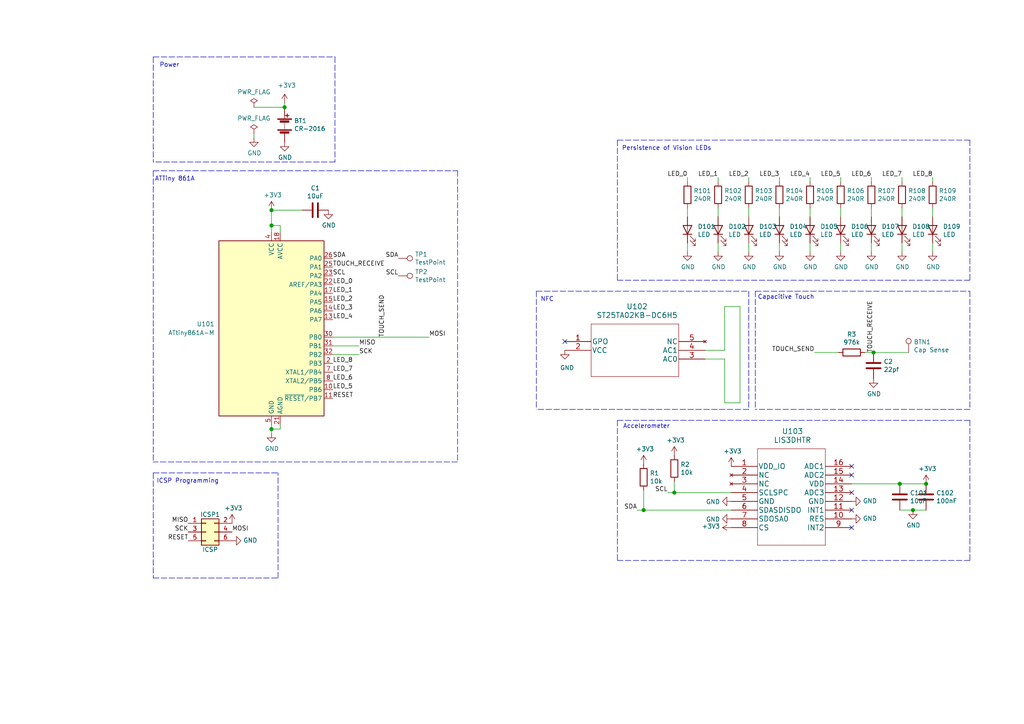
<source format=kicad_sch>
(kicad_sch (version 20210126) (generator eeschema)
  (paper "A4")
  (lib_symbols
    (symbol "Connector_Generic:Conn_02x03_Odd_Even" (pin_names (offset 1.016) hide)
      (property "Reference" "J" (at 1.27 5.08 0))
      (property "Value" "Conn_02x03_Odd_Even" (at 1.27 -5.08 0))
      (symbol "Conn_02x03_Odd_Even_1_1"
        (rectangle (start -1.27 -2.413) (end 0 -2.667) (stroke (width 0.1524)))
        (rectangle (start -1.27 2.667) (end 0 2.413) (stroke (width 0.1524)))
        (rectangle (start -1.27 3.81) (end 3.81 -3.81) (stroke (width 0.254)) (fill (type background)))
        (rectangle (start -1.27 0.127) (end 0 -0.127) (stroke (width 0.1524)))
        (rectangle (start 3.81 -2.413) (end 2.54 -2.667) (stroke (width 0.1524)))
        (rectangle (start 3.81 2.667) (end 2.54 2.413) (stroke (width 0.1524)))
        (rectangle (start 3.81 0.127) (end 2.54 -0.127) (stroke (width 0.1524)))
        (pin passive line (at -5.08 2.54 0) (length 3.81) (name "Pin_1") (number "1"))
        (pin passive line (at 7.62 2.54 180) (length 3.81) (name "Pin_2") (number "2"))
        (pin passive line (at -5.08 0 0) (length 3.81) (name "Pin_3") (number "3"))
        (pin passive line (at 7.62 0 180) (length 3.81) (name "Pin_4") (number "4"))
        (pin passive line (at -5.08 -2.54 0) (length 3.81) (name "Pin_5") (number "5"))
        (pin passive line (at 7.62 -2.54 180) (length 3.81) (name "Pin_6") (number "6"))
      )
    )
    (symbol "Custom:LIS3DHTR" (pin_names (offset 0.254))
      (property "Reference" "U" (at 0 18.415 0))
      (property "Value" "LIS3DHTR" (at 0 15.875 0))
      (symbol "LIS3DHTR_1_0"
        (polyline (pts (xy -10.16 -13.97) (xy 9.525 -13.97)) (stroke (width 0.127)))
        (polyline (pts (xy -10.16 13.97) (xy -10.16 -13.97)) (stroke (width 0.127)))
        (polyline (pts (xy 9.525 -13.97) (xy 9.525 13.97)) (stroke (width 0.127)))
        (polyline (pts (xy 9.525 13.97) (xy -10.16 13.97)) (stroke (width 0.127)))
        (pin power_in line (at -17.78 8.89 0) (length 7.62) (name "VDD_IO") (number "1"))
        (pin input line (at 17.145 -6.35 180) (length 7.62) (name "RES") (number "10"))
        (pin output line (at 17.145 -3.81 180) (length 7.62) (name "INT1") (number "11"))
        (pin power_in line (at 17.145 -1.27 180) (length 7.62) (name "GND") (number "12"))
        (pin input line (at 17.145 1.27 180) (length 7.62) (name "ADC3") (number "13"))
        (pin power_in line (at 17.145 3.81 180) (length 7.62) (name "VDD") (number "14"))
        (pin input line (at 17.145 6.35 180) (length 7.62) (name "ADC2") (number "15"))
        (pin input line (at 17.145 8.89 180) (length 7.62) (name "ADC1") (number "16"))
        (pin no_connect line (at -17.78 6.35 0) (length 7.62) (name "NC") (number "2"))
        (pin no_connect line (at -17.78 3.81 0) (length 7.62) (name "NC") (number "3"))
        (pin input line (at -17.78 1.27 0) (length 7.62) (name "SCLSPC") (number "4"))
        (pin power_in line (at -17.78 -1.27 0) (length 7.62) (name "GND") (number "5"))
        (pin bidirectional line (at -17.78 -3.81 0) (length 7.62) (name "SDASDISDO") (number "6"))
        (pin input line (at -17.78 -6.35 0) (length 7.62) (name "SDOSA0") (number "7"))
        (pin input line (at -17.78 -8.89 0) (length 7.62) (name "CS") (number "8"))
        (pin output line (at 17.145 -8.89 180) (length 7.62) (name "INT2") (number "9"))
      )
    )
    (symbol "Custom:ST25TA02KB-DC6H5" (pin_names (offset 0.254))
      (property "Reference" "U" (at 20.32 10.16 0))
      (property "Value" "ST25TA02KB-DC6H5" (at 20.32 7.62 0))
      (symbol "ST25TA02KB-DC6H5_1_1"
        (polyline (pts (xy 7.62 5.08) (xy 7.62 -10.16)) (stroke (width 0.127)))
        (polyline (pts (xy 7.62 -10.16) (xy 33.02 -10.16)) (stroke (width 0.127)))
        (polyline (pts (xy 33.02 -10.16) (xy 33.02 5.08)) (stroke (width 0.127)))
        (polyline (pts (xy 33.02 5.08) (xy 7.62 5.08)) (stroke (width 0.127)))
        (pin output line (at 0 0 0) (length 7.62) (name "GPO") (number "1"))
        (pin power_in line (at 0 -2.54 0) (length 7.62) (name "VCC") (number "2"))
        (pin bidirectional line (at 40.64 -5.08 180) (length 7.62) (name "AC0") (number "3"))
        (pin bidirectional line (at 40.64 -2.54 180) (length 7.62) (name "AC1") (number "4"))
        (pin no_connect line (at 40.64 0 180) (length 7.62) (name "NC") (number "5"))
      )
    )
    (symbol "Custom:Test_Point" (pin_numbers hide) (pin_names (offset 0.762) hide)
      (property "Reference" "TP" (at 0 6.858 0))
      (property "Value" "Test_Point" (at 0 5.08 0))
      (symbol "Test_Point_0_1"
        (circle (center 0 3.302) (radius 0.762))
      )
      (symbol "Test_Point_1_1"
        (pin passive line (at 0 0 90) (length 2.54) (name "1") (number "1"))
      )
    )
    (symbol "Device:Battery" (pin_numbers hide) (pin_names (offset 0) hide)
      (property "Reference" "BT" (at 2.54 2.54 0))
      (property "Value" "Battery" (at 2.54 0 0))
      (symbol "Battery_0_1"
        (rectangle (start -2.032 -1.397) (end 2.032 -1.651) (fill (type outline)))
        (rectangle (start -2.032 1.778) (end 2.032 1.524) (fill (type outline)))
        (rectangle (start -1.3208 -1.9812) (end 1.27 -2.4892) (fill (type outline)))
        (rectangle (start -1.3208 1.1938) (end 1.27 0.6858) (fill (type outline)))
        (polyline (pts (xy 0 -1.524) (xy 0 -1.27)))
        (polyline (pts (xy 0 -1.016) (xy 0 -0.762)))
        (polyline (pts (xy 0 -0.508) (xy 0 -0.254)))
        (polyline (pts (xy 0 0) (xy 0 0.254)))
        (polyline (pts (xy 0 0.508) (xy 0 0.762)))
        (polyline (pts (xy 0 1.778) (xy 0 2.54)))
        (polyline (pts (xy 0.254 2.667) (xy 1.27 2.667)) (stroke (width 0.254)))
        (polyline (pts (xy 0.762 3.175) (xy 0.762 2.159)) (stroke (width 0.254)))
      )
      (symbol "Battery_1_1"
        (pin passive line (at 0 5.08 270) (length 2.54) (name "+") (number "1"))
        (pin passive line (at 0 -5.08 90) (length 2.54) (name "-") (number "2"))
      )
    )
    (symbol "Device:C" (pin_numbers hide) (pin_names (offset 0.254))
      (property "Reference" "C" (at 0.635 2.54 0))
      (property "Value" "C" (at 0.635 -2.54 0))
      (symbol "C_0_1"
        (polyline (pts (xy -2.032 -0.762) (xy 2.032 -0.762)) (stroke (width 0.508)))
        (polyline (pts (xy -2.032 0.762) (xy 2.032 0.762)) (stroke (width 0.508)))
      )
      (symbol "C_1_1"
        (pin passive line (at 0 3.81 270) (length 2.794) (name "~") (number "1"))
        (pin passive line (at 0 -3.81 90) (length 2.794) (name "~") (number "2"))
      )
    )
    (symbol "Device:LED" (pin_numbers hide) (pin_names (offset 1.016) hide)
      (property "Reference" "D" (at 0 2.54 0))
      (property "Value" "LED" (at 0 -2.54 0))
      (symbol "LED_0_1"
        (polyline (pts (xy -1.27 -1.27) (xy -1.27 1.27)) (stroke (width 0.254)))
        (polyline (pts (xy -1.27 0) (xy 1.27 0)))
        (polyline (pts (xy 1.27 -1.27) (xy 1.27 1.27) (xy -1.27 0) (xy 1.27 -1.27)) (stroke (width 0.254)))
        (polyline (pts (xy -3.048 -0.762) (xy -4.572 -2.286) (xy -3.81 -2.286) (xy -4.572 -2.286) (xy -4.572 -1.524)))
        (polyline (pts (xy -1.778 -0.762) (xy -3.302 -2.286) (xy -2.54 -2.286) (xy -3.302 -2.286) (xy -3.302 -1.524)))
      )
      (symbol "LED_1_1"
        (pin passive line (at -3.81 0 0) (length 2.54) (name "K") (number "1"))
        (pin passive line (at 3.81 0 180) (length 2.54) (name "A") (number "2"))
      )
    )
    (symbol "Device:R" (pin_numbers hide) (pin_names (offset 0))
      (property "Reference" "R" (at 2.032 0 90))
      (property "Value" "R" (at 0 0 90))
      (symbol "R_0_1"
        (rectangle (start -1.016 -2.54) (end 1.016 2.54) (stroke (width 0.254)))
      )
      (symbol "R_1_1"
        (pin passive line (at 0 3.81 270) (length 1.27) (name "~") (number "1"))
        (pin passive line (at 0 -3.81 90) (length 1.27) (name "~") (number "2"))
      )
    )
    (symbol "MCU_Microchip_ATtiny:ATtiny861A-M"
      (property "Reference" "U" (at -15.24 26.67 0))
      (property "Value" "ATtiny861A-M" (at 5.08 -26.67 0))
      (symbol "ATtiny861A-M_0_1"
        (rectangle (start -15.24 -25.4) (end 15.24 25.4) (stroke (width 0.254)) (fill (type background)))
      )
      (symbol "ATtiny861A-M_1_1"
        (pin no_connect line (at -15.24 5.08 0) (length 2.54) hide (name "NC") (number "1"))
        (pin bidirectional line (at 17.78 -17.78 180) (length 2.54) (name "PB6") (number "10"))
        (pin bidirectional line (at 17.78 -20.32 180) (length 2.54) (name "~RESET~/PB7") (number "11"))
        (pin no_connect line (at -15.24 -5.08 0) (length 2.54) hide (name "NC") (number "12"))
        (pin bidirectional line (at 17.78 2.54 180) (length 2.54) (name "PA7") (number "13"))
        (pin bidirectional line (at 17.78 5.08 180) (length 2.54) (name "PA6") (number "14"))
        (pin bidirectional line (at 17.78 7.62 180) (length 2.54) (name "PA5") (number "15"))
        (pin no_connect line (at -15.24 -7.62 0) (length 2.54) hide (name "NC") (number "16"))
        (pin bidirectional line (at 17.78 10.16 180) (length 2.54) (name "PA4") (number "17"))
        (pin power_in line (at 2.54 27.94 270) (length 2.54) (name "AVCC") (number "18"))
        (pin no_connect line (at -15.24 -10.16 0) (length 2.54) hide (name "NC") (number "19"))
        (pin bidirectional line (at 17.78 -10.16 180) (length 2.54) (name "PB3") (number "2"))
        (pin no_connect line (at -15.24 -12.7 0) (length 2.54) hide (name "NC") (number "20"))
        (pin power_in line (at 2.54 -27.94 90) (length 2.54) (name "AGND") (number "21"))
        (pin bidirectional line (at 17.78 12.7 180) (length 2.54) (name "AREF/PA3") (number "22"))
        (pin bidirectional line (at 17.78 15.24 180) (length 2.54) (name "PA2") (number "23"))
        (pin no_connect line (at -15.24 -15.24 0) (length 2.54) hide (name "NC") (number "24"))
        (pin bidirectional line (at 17.78 17.78 180) (length 2.54) (name "PA1") (number "25"))
        (pin bidirectional line (at 17.78 20.32 180) (length 2.54) (name "PA0") (number "26"))
        (pin no_connect line (at -15.24 -17.78 0) (length 2.54) hide (name "NC") (number "27"))
        (pin no_connect line (at -15.24 -20.32 0) (length 2.54) hide (name "NC") (number "28"))
        (pin no_connect line (at -15.24 -22.86 0) (length 2.54) hide (name "NC") (number "29"))
        (pin no_connect line (at -15.24 2.54 0) (length 2.54) hide (name "NC") (number "3"))
        (pin bidirectional line (at 17.78 -2.54 180) (length 2.54) (name "PB0") (number "30"))
        (pin bidirectional line (at 17.78 -5.08 180) (length 2.54) (name "PB1") (number "31"))
        (pin bidirectional line (at 17.78 -7.62 180) (length 2.54) (name "PB2") (number "32"))
        (pin passive line (at 0 -27.94 90) (length 2.54) hide (name "GND") (number "33"))
        (pin power_in line (at 0 27.94 270) (length 2.54) (name "VCC") (number "4"))
        (pin power_in line (at 0 -27.94 90) (length 2.54) (name "GND") (number "5"))
        (pin no_connect line (at -15.24 0 0) (length 2.54) hide (name "NC") (number "6"))
        (pin bidirectional line (at 17.78 -12.7 180) (length 2.54) (name "XTAL1/PB4") (number "7"))
        (pin bidirectional line (at 17.78 -15.24 180) (length 2.54) (name "XTAL2/PB5") (number "8"))
        (pin no_connect line (at -15.24 -2.54 0) (length 2.54) hide (name "NC") (number "9"))
      )
    )
    (symbol "power:+3V3" (power) (pin_names (offset 0))
      (property "Value" "+3V3" (at 0 3.556 0))
      (symbol "+3V3_0_1"
        (polyline (pts (xy -0.762 1.27) (xy 0 2.54)))
        (polyline (pts (xy 0 0) (xy 0 2.54)))
        (polyline (pts (xy 0 2.54) (xy 0.762 1.27)))
      )
      (symbol "+3V3_1_1"
        (pin power_in line (at 0 0 90) (length 0) hide (name "+3V3") (number "1"))
      )
    )
    (symbol "power:GND" (power) (pin_names (offset 0))
      (property "Value" "GND" (at 0 -3.81 0))
      (symbol "GND_0_1"
        (polyline (pts (xy 0 0) (xy 0 -1.27) (xy 1.27 -1.27) (xy 0 -2.54) (xy -1.27 -1.27) (xy 0 -1.27)))
      )
      (symbol "GND_1_1"
        (pin power_in line (at 0 0 270) (length 0) hide (name "GND") (number "1"))
      )
    )
    (symbol "power:PWR_FLAG" (power) (pin_numbers hide) (pin_names (offset 0) hide)
      (property "Value" "PWR_FLAG" (at 0 3.81 0))
      (symbol "PWR_FLAG_0_0"
        (pin power_out line (at 0 0 90) (length 0) (name "pwr") (number "1"))
      )
      (symbol "PWR_FLAG_0_1"
        (polyline (pts (xy 0 0) (xy 0 1.27) (xy -1.016 1.905) (xy 0 2.54) (xy 1.016 1.905) (xy 0 1.27)))
      )
    )
  )
  (junction (at 78.74 60.96) (diameter 1.016))
  (junction (at 78.74 65.405) (diameter 1.016))
  (junction (at 78.74 124.46) (diameter 1.016))
  (junction (at 82.55 31.115) (diameter 1.016))
  (junction (at 186.69 147.955) (diameter 1.016))
  (junction (at 195.58 142.875) (diameter 1.016))
  (junction (at 253.365 102.235) (diameter 1.016))
  (junction (at 260.985 140.335) (diameter 1.016))
  (junction (at 264.795 147.955) (diameter 1.016))
  (junction (at 268.605 140.335) (diameter 1.016))
  (no_connect (at 163.83 99.06))
  (no_connect (at 247.015 135.255))
  (no_connect (at 247.015 137.795))
  (no_connect (at 247.015 142.875))
  (no_connect (at 247.015 147.955))
  (no_connect (at 247.015 153.035))
  (wire (pts (xy 73.66 31.115) (xy 82.55 31.115)))
  (wire (pts (xy 73.66 40.005) (xy 73.66 38.735)))
  (wire (pts (xy 78.74 60.96) (xy 87.63 60.96)))
  (wire (pts (xy 78.74 65.405) (xy 78.74 60.96)))
  (wire (pts (xy 78.74 67.31) (xy 78.74 65.405)))
  (wire (pts (xy 78.74 123.19) (xy 78.74 124.46)))
  (wire (pts (xy 78.74 124.46) (xy 78.74 125.73)))
  (wire (pts (xy 81.28 65.405) (xy 78.74 65.405)))
  (wire (pts (xy 81.28 67.31) (xy 81.28 65.405)))
  (wire (pts (xy 81.28 123.19) (xy 81.28 124.46)))
  (wire (pts (xy 81.28 124.46) (xy 78.74 124.46)))
  (wire (pts (xy 82.55 31.115) (xy 82.55 29.845)))
  (wire (pts (xy 96.52 97.79) (xy 124.46 97.79)))
  (wire (pts (xy 96.52 100.33) (xy 104.14 100.33)))
  (wire (pts (xy 96.52 102.87) (xy 104.14 102.87)))
  (wire (pts (xy 186.69 147.955) (xy 184.785 147.955)))
  (wire (pts (xy 186.69 147.955) (xy 186.69 142.24)))
  (wire (pts (xy 186.69 147.955) (xy 212.09 147.955)))
  (wire (pts (xy 195.58 142.875) (xy 193.675 142.875)))
  (wire (pts (xy 195.58 142.875) (xy 195.58 139.7)))
  (wire (pts (xy 195.58 142.875) (xy 212.09 142.875)))
  (wire (pts (xy 199.39 52.705) (xy 199.39 51.435)))
  (wire (pts (xy 199.39 62.865) (xy 199.39 60.325)))
  (wire (pts (xy 199.39 70.485) (xy 199.39 73.025)))
  (wire (pts (xy 204.47 101.6) (xy 210.185 101.6)))
  (wire (pts (xy 208.28 52.705) (xy 208.28 51.435)))
  (wire (pts (xy 208.28 62.865) (xy 208.28 60.325)))
  (wire (pts (xy 208.28 70.485) (xy 208.28 73.025)))
  (wire (pts (xy 210.185 88.9) (xy 214.63 88.9)))
  (wire (pts (xy 210.185 101.6) (xy 210.185 88.9)))
  (wire (pts (xy 210.185 104.14) (xy 204.47 104.14)))
  (wire (pts (xy 210.185 116.84) (xy 210.185 104.14)))
  (wire (pts (xy 214.63 88.9) (xy 214.63 116.84)))
  (wire (pts (xy 214.63 116.84) (xy 210.185 116.84)))
  (wire (pts (xy 217.17 52.705) (xy 217.17 51.435)))
  (wire (pts (xy 217.17 62.865) (xy 217.17 60.325)))
  (wire (pts (xy 217.17 70.485) (xy 217.17 73.025)))
  (wire (pts (xy 226.06 52.705) (xy 226.06 51.435)))
  (wire (pts (xy 226.06 62.865) (xy 226.06 60.325)))
  (wire (pts (xy 226.06 70.485) (xy 226.06 73.025)))
  (wire (pts (xy 234.95 52.705) (xy 234.95 51.435)))
  (wire (pts (xy 234.95 62.865) (xy 234.95 60.325)))
  (wire (pts (xy 234.95 70.485) (xy 234.95 73.025)))
  (wire (pts (xy 236.22 102.235) (xy 243.205 102.235)))
  (wire (pts (xy 243.84 52.705) (xy 243.84 51.435)))
  (wire (pts (xy 243.84 62.865) (xy 243.84 60.325)))
  (wire (pts (xy 243.84 70.485) (xy 243.84 73.025)))
  (wire (pts (xy 247.015 140.335) (xy 260.985 140.335)))
  (wire (pts (xy 250.825 102.235) (xy 253.365 102.235)))
  (wire (pts (xy 252.73 52.705) (xy 252.73 51.435)))
  (wire (pts (xy 252.73 62.865) (xy 252.73 60.325)))
  (wire (pts (xy 252.73 70.485) (xy 252.73 73.025)))
  (wire (pts (xy 253.365 102.235) (xy 263.525 102.235)))
  (wire (pts (xy 260.985 147.955) (xy 264.795 147.955)))
  (wire (pts (xy 261.62 52.705) (xy 261.62 51.435)))
  (wire (pts (xy 261.62 62.865) (xy 261.62 60.325)))
  (wire (pts (xy 261.62 70.485) (xy 261.62 73.025)))
  (wire (pts (xy 264.795 147.955) (xy 268.605 147.955)))
  (wire (pts (xy 268.605 140.335) (xy 260.985 140.335)))
  (wire (pts (xy 270.51 52.705) (xy 270.51 51.435)))
  (wire (pts (xy 270.51 62.865) (xy 270.51 60.325)))
  (wire (pts (xy 270.51 70.485) (xy 270.51 73.025)))
  (polyline (pts (xy 44.45 16.51) (xy 44.45 46.99)) (stroke (width 0) (type dash)))
  (polyline (pts (xy 44.45 16.51) (xy 97.155 16.51)) (stroke (width 0) (type dash)))
  (polyline (pts (xy 44.45 49.53) (xy 44.45 133.985)) (stroke (width 0) (type dash)))
  (polyline (pts (xy 44.45 49.53) (xy 132.715 49.53)) (stroke (width 0) (type dash)))
  (polyline (pts (xy 44.45 137.16) (xy 44.45 167.64)) (stroke (width 0) (type dash)))
  (polyline (pts (xy 44.45 137.16) (xy 80.645 137.16)) (stroke (width 0) (type dash)))
  (polyline (pts (xy 44.45 167.64) (xy 80.645 167.64)) (stroke (width 0) (type dash)))
  (polyline (pts (xy 80.645 167.64) (xy 80.645 137.16)) (stroke (width 0) (type dash)))
  (polyline (pts (xy 97.155 16.51) (xy 97.155 46.99)) (stroke (width 0) (type dash)))
  (polyline (pts (xy 97.155 46.99) (xy 44.45 46.99)) (stroke (width 0) (type dash)))
  (polyline (pts (xy 132.715 49.53) (xy 132.715 133.985)) (stroke (width 0) (type dash)))
  (polyline (pts (xy 132.715 133.985) (xy 44.45 133.985)) (stroke (width 0) (type dash)))
  (polyline (pts (xy 155.575 84.455) (xy 155.575 118.745)) (stroke (width 0) (type dash)))
  (polyline (pts (xy 155.575 84.455) (xy 217.17 84.455)) (stroke (width 0) (type dash)))
  (polyline (pts (xy 179.07 40.64) (xy 179.07 81.28)) (stroke (width 0) (type dash)))
  (polyline (pts (xy 179.07 40.64) (xy 281.305 40.64)) (stroke (width 0) (type dash)))
  (polyline (pts (xy 179.07 121.92) (xy 179.07 162.56)) (stroke (width 0) (type dash)))
  (polyline (pts (xy 179.07 121.92) (xy 281.305 121.92)) (stroke (width 0) (type dash)))
  (polyline (pts (xy 217.17 84.455) (xy 217.17 118.745)) (stroke (width 0) (type dash)))
  (polyline (pts (xy 217.17 118.745) (xy 155.575 118.745)) (stroke (width 0) (type dash)))
  (polyline (pts (xy 219.075 84.455) (xy 219.075 118.745)) (stroke (width 0) (type dash)))
  (polyline (pts (xy 219.075 84.455) (xy 281.305 84.455)) (stroke (width 0) (type dash)))
  (polyline (pts (xy 281.305 40.64) (xy 281.305 81.28)) (stroke (width 0) (type dash)))
  (polyline (pts (xy 281.305 81.28) (xy 179.07 81.28)) (stroke (width 0) (type dash)))
  (polyline (pts (xy 281.305 84.455) (xy 281.305 118.745)) (stroke (width 0) (type dash)))
  (polyline (pts (xy 281.305 118.745) (xy 219.075 118.745)) (stroke (width 0) (type dash)))
  (polyline (pts (xy 281.305 121.92) (xy 281.305 162.56)) (stroke (width 0) (type dash)))
  (polyline (pts (xy 281.305 162.56) (xy 179.07 162.56)) (stroke (width 0) (type dash)))
  (text "Power" (at 52.07 19.685 180) (effects (font (size 1.27 1.27)) (justify right bottom)))
  (text "ATTiny 861A" (at 56.515 52.705 180) (effects (font (size 1.27 1.27)) (justify right bottom)))
  (text "ICSP Programming" (at 63.5 140.335 180) (effects (font (size 1.27 1.27)) (justify right bottom)))
  (text "NFC" (at 160.655 87.63 180) (effects (font (size 1.27 1.27)) (justify right bottom)))
  (text "Accelerometer" (at 194.31 124.46 180) (effects (font (size 1.27 1.27)) (justify right bottom)))
  (text "Persistence of Vision LEDs" (at 206.375 43.815 180) (effects (font (size 1.27 1.27)) (justify right bottom)))
  (text "Capacitive Touch" (at 236.22 86.995 180) (effects (font (size 1.27 1.27)) (justify right bottom)))
  (label "MISO" (at 54.61 151.765 180))
  (label "SCK" (at 54.61 154.305 180))
  (label "RESET" (at 54.61 156.845 180))
  (label "MOSI" (at 67.31 154.305 0))
  (label "SDA" (at 96.52 74.93 0))
  (label "TOUCH_RECEIVE" (at 96.52 77.47 0))
  (label "SCL" (at 96.52 80.01 0))
  (label "LED_0" (at 96.52 82.55 0))
  (label "LED_1" (at 96.52 85.09 0))
  (label "LED_2" (at 96.52 87.63 0))
  (label "LED_3" (at 96.52 90.17 0))
  (label "LED_4" (at 96.52 92.71 0))
  (label "LED_8" (at 96.52 105.41 0))
  (label "LED_7" (at 96.52 107.95 0))
  (label "LED_6" (at 96.52 110.49 0))
  (label "LED_5" (at 96.52 113.03 0))
  (label "RESET" (at 96.52 115.57 0))
  (label "MISO" (at 104.14 100.33 0))
  (label "SCK" (at 104.14 102.87 0))
  (label "TOUCH_SEND" (at 111.76 97.79 90))
  (label "SDA" (at 115.57 74.93 180))
  (label "SCL" (at 115.57 80.01 180))
  (label "MOSI" (at 124.46 97.79 0))
  (label "SDA" (at 184.785 147.955 180))
  (label "SCL" (at 193.675 142.875 180))
  (label "LED_0" (at 199.39 51.435 180))
  (label "LED_1" (at 208.28 51.435 180))
  (label "LED_2" (at 217.17 51.435 180))
  (label "LED_3" (at 226.06 51.435 180))
  (label "LED_4" (at 234.95 51.435 180))
  (label "TOUCH_SEND" (at 236.22 102.235 180))
  (label "LED_5" (at 243.84 51.435 180))
  (label "LED_6" (at 252.73 51.435 180))
  (label "TOUCH_RECEIVE" (at 253.365 102.235 90))
  (label "LED_7" (at 261.62 51.435 180))
  (label "LED_8" (at 270.51 51.435 180))
  (symbol (lib_id "power:PWR_FLAG") (at 73.66 31.115 0) (unit 1)
    (property "Reference" "#FLG01" (effects hide))
    (property "Value" "PWR_FLAG" (at 73.66 26.6954 0))
  )
  (symbol (lib_id "power:PWR_FLAG") (at 73.66 38.735 0) (unit 1)
    (property "Reference" "#FLG02" (effects hide))
    (property "Value" "PWR_FLAG" (at 73.66 34.3154 0))
  )
  (symbol (lib_id "Custom:Test_Point") (at 115.57 74.93 270) (unit 1)
    (property "Reference" "TP1" (at 120.3452 73.7616 90) (effects (justify left)))
    (property "Value" "TestPoint" (at 120.3452 76.073 90) (effects (justify left)))
    (property "Footprint" "TestPoint:TestPoint_Pad_D1.0mm" (effects hide))
  )
  (symbol (lib_id "Custom:Test_Point") (at 115.57 80.01 270) (unit 1)
    (property "Reference" "TP2" (at 120.3452 78.8416 90) (effects (justify left)))
    (property "Value" "TestPoint" (at 120.3452 81.153 90) (effects (justify left)))
    (property "Footprint" "TestPoint:TestPoint_Pad_D1.0mm" (effects hide))
  )
  (symbol (lib_id "Custom:Test_Point") (at 263.525 102.235 0) (unit 1)
    (property "Reference" "BTN1" (at 264.9982 99.187 0) (effects (justify left)))
    (property "Value" "Cap Sense" (at 264.9982 101.4984 0) (effects (justify left)))
    (property "Footprint" "CustomFootprints:CAP_TOUCH" (effects hide))
  )
  (symbol (lib_id "power:+3V3") (at 67.31 151.765 0) (unit 1)
    (property "Reference" "#PWR05" (effects hide))
    (property "Value" "+3V3" (at 67.691 147.3708 0))
  )
  (symbol (lib_id "power:+3V3") (at 78.74 60.96 0) (unit 1)
    (property "Reference" "#PWR03" (effects hide))
    (property "Value" "+3V3" (at 79.121 56.5658 0))
  )
  (symbol (lib_id "power:+3V3") (at 82.55 29.845 0) (unit 1)
    (property "Reference" "#PWR0113" (effects hide))
    (property "Value" "+3V3" (at 83.185 24.765 0))
  )
  (symbol (lib_id "power:+3V3") (at 186.69 134.62 0) (unit 1)
    (property "Reference" "#PWR013" (effects hide))
    (property "Value" "+3V3" (at 187.071 130.2258 0))
  )
  (symbol (lib_id "power:+3V3") (at 195.58 132.08 0) (unit 1)
    (property "Reference" "#PWR014" (effects hide))
    (property "Value" "+3V3" (at 195.961 127.6858 0))
  )
  (symbol (lib_id "power:+3V3") (at 212.09 135.255 0) (unit 1)
    (property "Reference" "#PWR0106" (effects hide))
    (property "Value" "+3V3" (at 212.471 130.8608 0))
  )
  (symbol (lib_id "power:+3V3") (at 212.09 153.035 90) (unit 1)
    (property "Reference" "#PWR0105" (effects hide))
    (property "Value" "+3V3" (at 208.8388 152.654 90) (effects (justify left)))
  )
  (symbol (lib_id "power:+3V3") (at 268.605 140.335 0) (unit 1)
    (property "Reference" "#PWR0103" (effects hide))
    (property "Value" "+3V3" (at 268.986 135.9408 0))
  )
  (symbol (lib_id "power:GND") (at 67.31 156.845 90) (unit 1)
    (property "Reference" "#PWR06" (effects hide))
    (property "Value" "GND" (at 70.5612 156.718 90) (effects (justify right)))
  )
  (symbol (lib_id "power:GND") (at 73.66 40.005 0) (unit 1)
    (property "Reference" "#PWR08" (effects hide))
    (property "Value" "GND" (at 73.787 44.3992 0))
  )
  (symbol (lib_id "power:GND") (at 78.74 125.73 0) (unit 1)
    (property "Reference" "#PWR04" (effects hide))
    (property "Value" "GND" (at 78.867 130.1242 0))
  )
  (symbol (lib_id "power:GND") (at 82.55 41.275 0) (unit 1)
    (property "Reference" "#PWR010" (effects hide))
    (property "Value" "GND" (at 82.677 45.6692 0))
  )
  (symbol (lib_id "power:GND") (at 95.25 60.96 0) (unit 1)
    (property "Reference" "#PWR07" (effects hide))
    (property "Value" "GND" (at 95.377 65.3542 0))
  )
  (symbol (lib_id "power:GND") (at 163.83 101.6 0) (unit 1)
    (property "Reference" "#PWR0109" (effects hide))
    (property "Value" "GND" (at 164.465 106.68 0))
  )
  (symbol (lib_id "power:GND") (at 199.39 73.025 0) (unit 1)
    (property "Reference" "#PWR0114" (effects hide))
    (property "Value" "GND" (at 199.517 77.4192 0))
  )
  (symbol (lib_id "power:GND") (at 208.28 73.025 0) (unit 1)
    (property "Reference" "#PWR0112" (effects hide))
    (property "Value" "GND" (at 208.407 77.4192 0))
  )
  (symbol (lib_id "power:GND") (at 212.09 145.415 270) (unit 1)
    (property "Reference" "#PWR0107" (effects hide))
    (property "Value" "GND" (at 208.8388 145.542 90) (effects (justify right)))
  )
  (symbol (lib_id "power:GND") (at 212.09 150.495 270) (unit 1)
    (property "Reference" "#PWR0108" (effects hide))
    (property "Value" "GND" (at 208.8388 150.622 90) (effects (justify right)))
  )
  (symbol (lib_id "power:GND") (at 217.17 73.025 0) (unit 1)
    (property "Reference" "#PWR0111" (effects hide))
    (property "Value" "GND" (at 217.297 77.4192 0))
  )
  (symbol (lib_id "power:GND") (at 226.06 73.025 0) (unit 1)
    (property "Reference" "#PWR0110" (effects hide))
    (property "Value" "GND" (at 226.187 77.4192 0))
  )
  (symbol (lib_id "power:GND") (at 234.95 73.025 0) (unit 1)
    (property "Reference" "#PWR0115" (effects hide))
    (property "Value" "GND" (at 235.077 77.4192 0))
  )
  (symbol (lib_id "power:GND") (at 243.84 73.025 0) (unit 1)
    (property "Reference" "#PWR0118" (effects hide))
    (property "Value" "GND" (at 243.967 77.4192 0))
  )
  (symbol (lib_id "power:GND") (at 247.015 145.415 90) (unit 1)
    (property "Reference" "#PWR0102" (effects hide))
    (property "Value" "GND" (at 250.2662 145.288 90) (effects (justify right)))
  )
  (symbol (lib_id "power:GND") (at 247.015 150.495 90) (unit 1)
    (property "Reference" "#PWR0101" (effects hide))
    (property "Value" "GND" (at 250.2662 150.368 90) (effects (justify right)))
  )
  (symbol (lib_id "power:GND") (at 252.73 73.025 0) (unit 1)
    (property "Reference" "#PWR0119" (effects hide))
    (property "Value" "GND" (at 252.857 77.4192 0))
  )
  (symbol (lib_id "power:GND") (at 253.365 109.855 0) (unit 1)
    (property "Reference" "#PWR015" (effects hide))
    (property "Value" "GND" (at 253.492 114.2492 0))
  )
  (symbol (lib_id "power:GND") (at 261.62 73.025 0) (unit 1)
    (property "Reference" "#PWR0117" (effects hide))
    (property "Value" "GND" (at 261.747 77.4192 0))
  )
  (symbol (lib_id "power:GND") (at 264.795 147.955 0) (unit 1)
    (property "Reference" "#PWR0104" (effects hide))
    (property "Value" "GND" (at 264.922 152.3492 0))
  )
  (symbol (lib_id "power:GND") (at 270.51 73.025 0) (unit 1)
    (property "Reference" "#PWR0116" (effects hide))
    (property "Value" "GND" (at 270.637 77.4192 0))
  )
  (symbol (lib_id "Device:R") (at 186.69 138.43 0) (unit 1)
    (property "Reference" "R1" (at 188.468 137.2616 0) (effects (justify left)))
    (property "Value" "10k" (at 188.468 139.573 0) (effects (justify left)))
    (property "Footprint" "Resistor_SMD:R_0603_1608Metric" (effects hide))
  )
  (symbol (lib_id "Device:R") (at 195.58 135.89 0) (unit 1)
    (property "Reference" "R2" (at 197.358 134.7216 0) (effects (justify left)))
    (property "Value" "10k" (at 197.358 137.033 0) (effects (justify left)))
    (property "Footprint" "Resistor_SMD:R_0603_1608Metric" (effects hide))
  )
  (symbol (lib_id "Device:R") (at 199.39 56.515 0) (unit 1)
    (property "Reference" "R101" (at 201.168 55.3466 0) (effects (justify left)))
    (property "Value" "240R" (at 201.168 57.658 0) (effects (justify left)))
    (property "Footprint" "Resistor_SMD:R_0603_1608Metric" (effects hide))
  )
  (symbol (lib_id "Device:R") (at 208.28 56.515 0) (unit 1)
    (property "Reference" "R102" (at 210.058 55.3466 0) (effects (justify left)))
    (property "Value" "240R" (at 210.058 57.658 0) (effects (justify left)))
    (property "Footprint" "Resistor_SMD:R_0603_1608Metric" (effects hide))
  )
  (symbol (lib_id "Device:R") (at 217.17 56.515 0) (unit 1)
    (property "Reference" "R103" (at 218.948 55.3466 0) (effects (justify left)))
    (property "Value" "240R" (at 218.948 57.658 0) (effects (justify left)))
    (property "Footprint" "Resistor_SMD:R_0603_1608Metric" (effects hide))
  )
  (symbol (lib_id "Device:R") (at 226.06 56.515 0) (unit 1)
    (property "Reference" "R104" (at 227.838 55.3466 0) (effects (justify left)))
    (property "Value" "240R" (at 227.838 57.658 0) (effects (justify left)))
    (property "Footprint" "Resistor_SMD:R_0603_1608Metric" (effects hide))
  )
  (symbol (lib_id "Device:R") (at 234.95 56.515 0) (unit 1)
    (property "Reference" "R105" (at 236.728 55.3466 0) (effects (justify left)))
    (property "Value" "240R" (at 236.728 57.658 0) (effects (justify left)))
    (property "Footprint" "Resistor_SMD:R_0603_1608Metric" (effects hide))
  )
  (symbol (lib_id "Device:R") (at 243.84 56.515 0) (unit 1)
    (property "Reference" "R106" (at 245.618 55.3466 0) (effects (justify left)))
    (property "Value" "240R" (at 245.618 57.658 0) (effects (justify left)))
    (property "Footprint" "Resistor_SMD:R_0603_1608Metric" (effects hide))
  )
  (symbol (lib_id "Device:R") (at 247.015 102.235 270) (unit 1)
    (property "Reference" "R3" (at 247.015 96.9772 90))
    (property "Value" "976k" (at 247.015 99.2886 90))
    (property "Footprint" "Resistor_SMD:R_0603_1608Metric" (effects hide))
  )
  (symbol (lib_id "Device:R") (at 252.73 56.515 0) (unit 1)
    (property "Reference" "R107" (at 254.508 55.3466 0) (effects (justify left)))
    (property "Value" "240R" (at 254.508 57.658 0) (effects (justify left)))
    (property "Footprint" "Resistor_SMD:R_0603_1608Metric" (effects hide))
  )
  (symbol (lib_id "Device:R") (at 261.62 56.515 0) (unit 1)
    (property "Reference" "R108" (at 263.398 55.3466 0) (effects (justify left)))
    (property "Value" "240R" (at 263.398 57.658 0) (effects (justify left)))
    (property "Footprint" "Resistor_SMD:R_0603_1608Metric" (effects hide))
  )
  (symbol (lib_id "Device:R") (at 270.51 56.515 0) (unit 1)
    (property "Reference" "R109" (at 272.288 55.3466 0) (effects (justify left)))
    (property "Value" "240R" (at 272.288 57.658 0) (effects (justify left)))
    (property "Footprint" "Resistor_SMD:R_0603_1608Metric" (effects hide))
  )
  (symbol (lib_id "Device:LED") (at 199.39 66.675 90) (unit 1)
    (property "Reference" "D101" (at 202.3618 65.7098 90) (effects (justify right)))
    (property "Value" "LED" (at 202.3618 68.0212 90) (effects (justify right)))
    (property "Footprint" "LED_SMD:LED_0603_1608Metric" (effects hide))
  )
  (symbol (lib_id "Device:LED") (at 208.28 66.675 90) (unit 1)
    (property "Reference" "D102" (at 211.2518 65.7098 90) (effects (justify right)))
    (property "Value" "LED" (at 211.2518 68.0212 90) (effects (justify right)))
    (property "Footprint" "LED_SMD:LED_0603_1608Metric" (effects hide))
  )
  (symbol (lib_id "Device:LED") (at 217.17 66.675 90) (unit 1)
    (property "Reference" "D103" (at 220.1418 65.7098 90) (effects (justify right)))
    (property "Value" "LED" (at 220.1418 68.0212 90) (effects (justify right)))
    (property "Footprint" "LED_SMD:LED_0603_1608Metric" (effects hide))
  )
  (symbol (lib_id "Device:LED") (at 226.06 66.675 90) (unit 1)
    (property "Reference" "D104" (at 229.0318 65.7098 90) (effects (justify right)))
    (property "Value" "LED" (at 229.0318 68.0212 90) (effects (justify right)))
    (property "Footprint" "LED_SMD:LED_0603_1608Metric" (effects hide))
  )
  (symbol (lib_id "Device:LED") (at 234.95 66.675 90) (unit 1)
    (property "Reference" "D105" (at 237.9218 65.7098 90) (effects (justify right)))
    (property "Value" "LED" (at 237.9218 68.0212 90) (effects (justify right)))
    (property "Footprint" "LED_SMD:LED_0603_1608Metric" (effects hide))
  )
  (symbol (lib_id "Device:LED") (at 243.84 66.675 90) (unit 1)
    (property "Reference" "D106" (at 246.8118 65.7098 90) (effects (justify right)))
    (property "Value" "LED" (at 246.8118 68.0212 90) (effects (justify right)))
    (property "Footprint" "LED_SMD:LED_0603_1608Metric" (effects hide))
  )
  (symbol (lib_id "Device:LED") (at 252.73 66.675 90) (unit 1)
    (property "Reference" "D107" (at 255.7018 65.7098 90) (effects (justify right)))
    (property "Value" "LED" (at 255.7018 68.0212 90) (effects (justify right)))
    (property "Footprint" "LED_SMD:LED_0603_1608Metric" (effects hide))
  )
  (symbol (lib_id "Device:LED") (at 261.62 66.675 90) (unit 1)
    (property "Reference" "D108" (at 264.5918 65.7098 90) (effects (justify right)))
    (property "Value" "LED" (at 264.5918 68.0212 90) (effects (justify right)))
    (property "Footprint" "LED_SMD:LED_0603_1608Metric" (effects hide))
  )
  (symbol (lib_id "Device:LED") (at 270.51 66.675 90) (unit 1)
    (property "Reference" "D109" (at 273.4818 65.7098 90) (effects (justify right)))
    (property "Value" "LED" (at 273.4818 68.0212 90) (effects (justify right)))
    (property "Footprint" "LED_SMD:LED_0603_1608Metric" (effects hide))
  )
  (symbol (lib_id "Device:C") (at 91.44 60.96 90) (unit 1)
    (property "Reference" "C1" (at 91.44 54.5592 90))
    (property "Value" "10uF" (at 91.44 56.8706 90))
    (property "Footprint" "Capacitor_SMD:C_0805_2012Metric" (effects hide))
  )
  (symbol (lib_id "Device:C") (at 253.365 106.045 0) (unit 1)
    (property "Reference" "C2" (at 256.286 104.8766 0) (effects (justify left)))
    (property "Value" "22pf" (at 256.286 107.188 0) (effects (justify left)))
    (property "Footprint" "Capacitor_SMD:C_0603_1608Metric" (effects hide))
  )
  (symbol (lib_id "Device:C") (at 260.985 144.145 0) (unit 1)
    (property "Reference" "C101" (at 263.906 142.9766 0) (effects (justify left)))
    (property "Value" "10uF" (at 263.906 145.288 0) (effects (justify left)))
    (property "Footprint" "Capacitor_SMD:C_0805_2012Metric" (effects hide))
  )
  (symbol (lib_id "Device:C") (at 268.605 144.145 0) (unit 1)
    (property "Reference" "C102" (at 271.526 142.9766 0) (effects (justify left)))
    (property "Value" "100nF" (at 271.526 145.288 0) (effects (justify left)))
    (property "Footprint" "Capacitor_SMD:C_0603_1608Metric" (effects hide))
  )
  (symbol (lib_id "Device:Battery") (at 82.55 36.195 0) (unit 1)
    (property "Reference" "BT1" (at 85.2932 35.0266 0) (effects (justify left)))
    (property "Value" "CR-2016" (at 85.2932 37.338 0) (effects (justify left)))
    (property "Footprint" "CustomFootprints:CR2016VP" (effects hide))
  )
  (symbol (lib_id "Connector_Generic:Conn_02x03_Odd_Even") (at 59.69 154.305 0) (unit 1)
    (property "Reference" "ICSP1" (at 60.96 149.225 0))
    (property "Value" "ICSP" (at 60.96 159.385 0))
    (property "Footprint" "Connector_PinHeader_2.54mm:PinHeader_2x03_P2.54mm_Vertical" (effects hide))
  )
  (symbol (lib_id "Custom:ST25TA02KB-DC6H5") (at 163.83 99.06 0) (unit 1)
    (property "Reference" "U102" (at 184.785 88.9 0) (effects (font (size 1.524 1.524))))
    (property "Value" "ST25TA02KB-DC6H5" (at 184.785 91.44 0) (effects (font (size 1.524 1.524))))
    (property "Footprint" "CustomFootprints:ST25TA02KB-DC6H5" (effects hide))
  )
  (symbol (lib_id "Custom:LIS3DHTR") (at 229.87 144.145 0) (unit 1)
    (property "Reference" "U103" (at 229.87 125.095 0) (effects (font (size 1.524 1.524))))
    (property "Value" "LIS3DHTR" (at 229.87 127.635 0) (effects (font (size 1.524 1.524))))
    (property "Footprint" "CustomFootprints:LIS3DHTR" (effects hide))
    (property "Digikey" "497-10613-1-ND" (effects hide))
  )
  (symbol (lib_id "MCU_Microchip_ATtiny:ATtiny861A-M") (at 78.74 95.25 0) (unit 1)
    (property "Reference" "U101" (at 62.23 93.98 0) (effects (justify right)))
    (property "Value" "ATtiny861A-M" (at 62.23 96.52 0) (effects (justify right)))
    (property "Footprint" "Package_DFN_QFN:QFN-32-1EP_5x5mm_P0.5mm_EP3.1x3.1mm" (effects hide))
    (property "Datasheet" "http://ww1.microchip.com/downloads/en/DeviceDoc/doc8197.pdf" (effects hide))
  )
)
</source>
